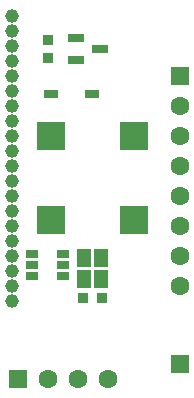
<source format=gbr>
G04*
G04 #@! TF.GenerationSoftware,Altium Limited,Altium Designer,24.9.1 (31)*
G04*
G04 Layer_Color=8388736*
%FSLAX25Y25*%
%MOIN*%
G70*
G04*
G04 #@! TF.SameCoordinates,DAC1C6B3-9DD7-490D-B82B-BCBA8ACD2817*
G04*
G04*
G04 #@! TF.FilePolarity,Negative*
G04*
G01*
G75*
%ADD15R,0.04731X0.05912*%
%ADD16R,0.09500X0.09500*%
%ADD17R,0.06400X0.06400*%
%ADD18R,0.03600X0.03400*%
%ADD19R,0.03400X0.03600*%
%ADD20R,0.05600X0.02600*%
%ADD21R,0.04150X0.02600*%
%ADD22R,0.04775X0.02765*%
%ADD23C,0.04600*%
%ADD24C,0.06306*%
%ADD25R,0.06306X0.06306*%
%ADD26R,0.06300X0.06300*%
%ADD27C,0.06300*%
D15*
X35000Y64500D02*
D03*
X40905D02*
D03*
X35000Y57500D02*
D03*
X40905D02*
D03*
D16*
X24024Y77024D02*
D03*
X51976D02*
D03*
X24024Y104976D02*
D03*
X51976D02*
D03*
D17*
X67000Y29000D02*
D03*
D18*
X23000Y130950D02*
D03*
Y137050D02*
D03*
D19*
X41050Y51000D02*
D03*
X34950D02*
D03*
D20*
X40497Y134000D02*
D03*
X32503Y130260D02*
D03*
Y137740D02*
D03*
D21*
X28025Y65740D02*
D03*
Y62000D02*
D03*
Y58260D02*
D03*
X17975D02*
D03*
Y62000D02*
D03*
Y65740D02*
D03*
D22*
X24209Y119000D02*
D03*
X37791D02*
D03*
D23*
X11000Y50000D02*
D03*
Y55000D02*
D03*
Y60000D02*
D03*
Y65000D02*
D03*
Y70000D02*
D03*
Y75000D02*
D03*
Y80000D02*
D03*
Y85000D02*
D03*
Y90000D02*
D03*
Y95000D02*
D03*
Y100000D02*
D03*
Y105000D02*
D03*
Y110000D02*
D03*
Y115000D02*
D03*
Y120000D02*
D03*
Y125000D02*
D03*
Y130000D02*
D03*
Y135000D02*
D03*
Y140000D02*
D03*
Y145000D02*
D03*
D24*
X67000Y55000D02*
D03*
Y65000D02*
D03*
Y75000D02*
D03*
Y85000D02*
D03*
Y95000D02*
D03*
Y105000D02*
D03*
Y115000D02*
D03*
D25*
Y125000D02*
D03*
D26*
X13000Y24000D02*
D03*
D27*
X23000D02*
D03*
X33000D02*
D03*
X43000D02*
D03*
M02*

</source>
